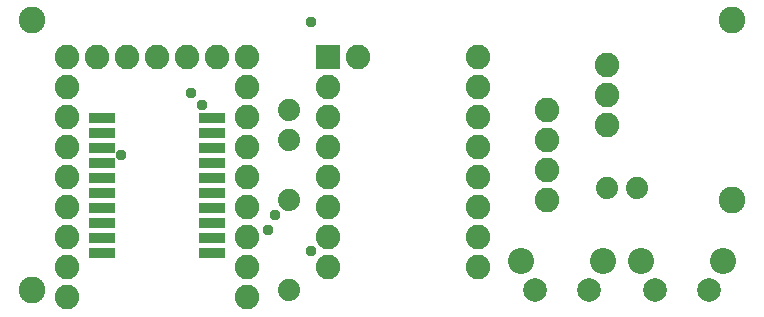
<source format=gbr>
G04 EAGLE Gerber RS-274X export*
G75*
%MOMM*%
%FSLAX34Y34*%
%LPD*%
%INSoldermask Bottom*%
%IPPOS*%
%AMOC8*
5,1,8,0,0,1.08239X$1,22.5*%
G01*
G04 Define Apertures*
%ADD10C,2.260600*%
%ADD11C,2.082800*%
%ADD12R,2.082800X2.082800*%
%ADD13C,1.879600*%
%ADD14C,2.003200*%
%ADD15C,2.203200*%
%ADD16R,2.256200X0.807700*%
%ADD17C,0.959600*%
D10*
X20828Y254000D03*
X20828Y25400D03*
X614172Y254000D03*
X614172Y101600D03*
D11*
X101600Y222758D03*
X127000Y222758D03*
X203200Y44958D03*
X203200Y95758D03*
X203200Y121158D03*
X203200Y146558D03*
X203200Y171958D03*
X203200Y197358D03*
X203200Y222758D03*
X177800Y222758D03*
X152400Y222758D03*
X76200Y222758D03*
X50800Y222758D03*
X50800Y197358D03*
X50800Y171958D03*
X50800Y146558D03*
X50800Y121158D03*
X50800Y95758D03*
X50800Y70358D03*
X203200Y70358D03*
X203200Y19558D03*
X50800Y19558D03*
X50800Y44958D03*
D12*
X272192Y222758D03*
D11*
X272192Y197358D03*
X272192Y171958D03*
X272192Y146558D03*
X272192Y121158D03*
X272192Y95758D03*
X272192Y70358D03*
X272192Y44958D03*
X399192Y44958D03*
X399192Y70358D03*
X399192Y95758D03*
X399192Y121158D03*
X399192Y146558D03*
X399192Y171958D03*
X399192Y197358D03*
X399192Y222758D03*
X297592Y222758D03*
D13*
X238664Y177800D03*
X238664Y152400D03*
X508000Y111760D03*
X533400Y111760D03*
D11*
X457200Y177800D03*
X457200Y152400D03*
X457200Y127000D03*
X457200Y101600D03*
D13*
X238664Y101600D03*
X238664Y25400D03*
D14*
X447400Y25400D03*
X492400Y25400D03*
D15*
X434900Y50400D03*
X504900Y50400D03*
D14*
X549000Y25400D03*
X594000Y25400D03*
D15*
X536500Y50400D03*
X606500Y50400D03*
D16*
X173537Y171450D03*
X173537Y158750D03*
X173537Y146050D03*
X173537Y133350D03*
X173537Y120650D03*
X173537Y107950D03*
X173537Y95250D03*
X173537Y82550D03*
X173537Y69850D03*
X173537Y57150D03*
X80463Y57150D03*
X80463Y69850D03*
X80463Y82550D03*
X80463Y95250D03*
X80463Y107950D03*
X80463Y120650D03*
X80463Y133350D03*
X80463Y146050D03*
X80463Y158750D03*
X80463Y171450D03*
D11*
X508000Y215900D03*
X508000Y190500D03*
X508000Y165100D03*
D17*
X96838Y139700D03*
X165100Y182563D03*
X257175Y252413D03*
X257175Y58738D03*
X227013Y88900D03*
X155575Y192088D03*
X220663Y76200D03*
M02*

</source>
